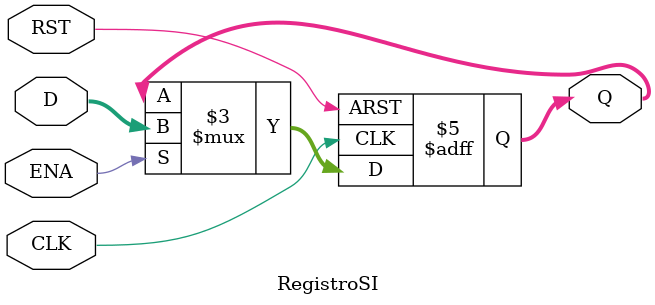
<source format=v>

module RegistroSI(
    input CLK,
    input RST,
    input ENA,
    input [15:0] D,
    output reg [15:0] Q
);

    always @(negedge CLK or posedge RST)
        if (RST)
            Q <= 16'h0000; // reset
        else if (ENA)
            Q <= D; // carga
        else
            Q <= Q; // mantiene valor

endmodule
</source>
